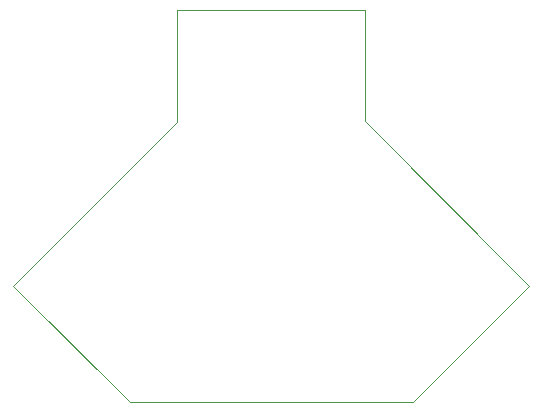
<source format=gbr>
%TF.GenerationSoftware,KiCad,Pcbnew,9.0.4*%
%TF.CreationDate,2025-08-23T22:47:15-04:00*%
%TF.ProjectId,usbc-data-splitter,75736263-2d64-4617-9461-2d73706c6974,rev?*%
%TF.SameCoordinates,Original*%
%TF.FileFunction,Profile,NP*%
%FSLAX46Y46*%
G04 Gerber Fmt 4.6, Leading zero omitted, Abs format (unit mm)*
G04 Created by KiCad (PCBNEW 9.0.4) date 2025-08-23 22:47:15*
%MOMM*%
%LPD*%
G01*
G04 APERTURE LIST*
%TA.AperFunction,Profile*%
%ADD10C,0.050000*%
%TD*%
G04 APERTURE END LIST*
D10*
X148650000Y-106550000D02*
X148900000Y-106800000D01*
X119100000Y-91950000D02*
X119100000Y-92600000D01*
X135000000Y-83500000D02*
X135000000Y-92900000D01*
X115050000Y-116650000D02*
X105200000Y-106800000D01*
X135000000Y-92900000D02*
X148650000Y-106550000D01*
X135000000Y-83500000D02*
X119100000Y-83500000D01*
X115050000Y-116650000D02*
X139050000Y-116650000D01*
X119100000Y-83500000D02*
X119100000Y-91950000D01*
X139050000Y-116650000D02*
X148900000Y-106800000D01*
X105200000Y-106800000D02*
X119050000Y-92950000D01*
X119050000Y-92950000D02*
X119100000Y-92900000D01*
X119100000Y-92900000D02*
X119100000Y-92600000D01*
M02*

</source>
